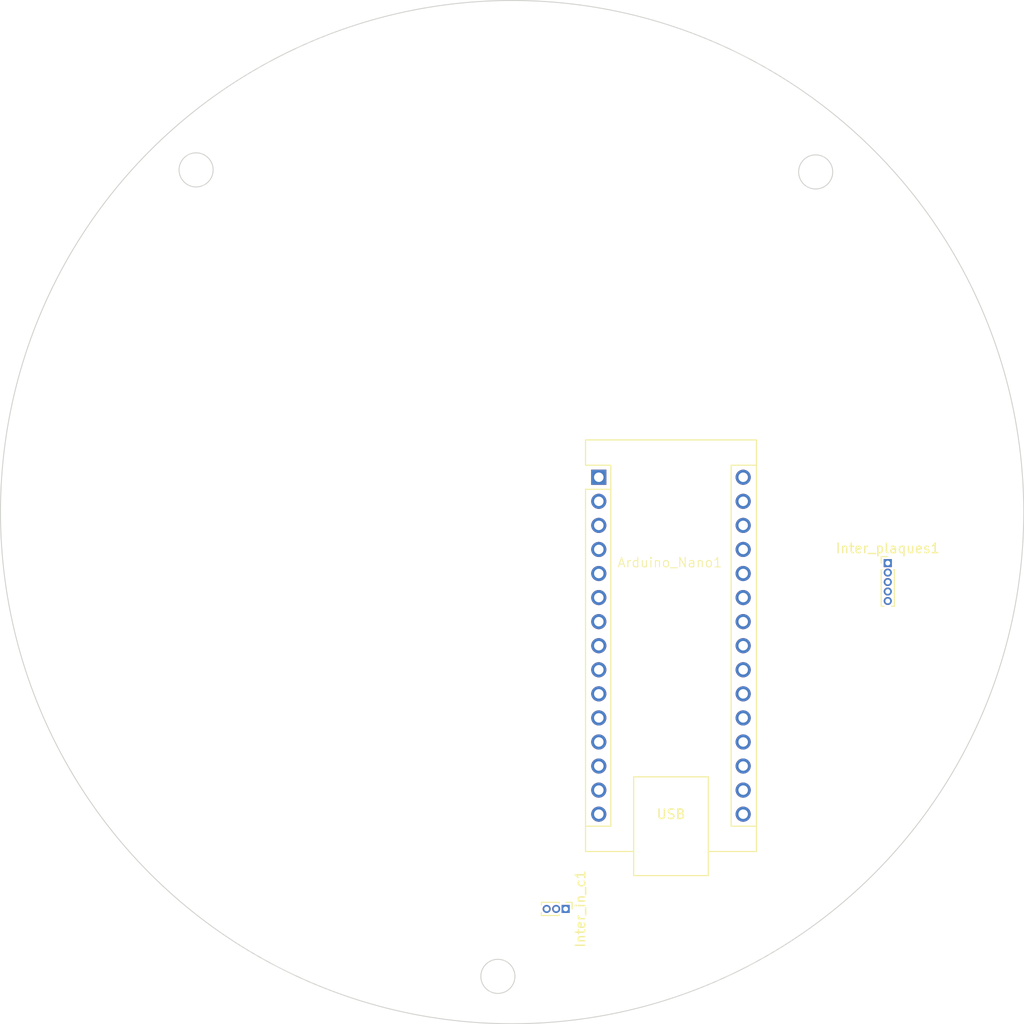
<source format=kicad_pcb>
(kicad_pcb (version 20240108) (generator "pcbnew") (generator_version "8.0")
  (layers (0 "F.Cu" signal) (31 "B.Cu" signal) (34 "B.Paste" user) (35 "F.Paste" user) (36 "B.SilkS" user "B.Silkscreen") (37 "F.SilkS" user "F.Silkscreen") (38 "B.Mask" user) (39 "F.Mask" user) (44 "Edge.Cuts" user))
  (net 0 "")
  (net 1 "Net-(Arduino_Nano1-D2)")
  (net 3 "Net-(Arduino_Nano1-Vin)")
  (net 5 "Net-(Inter_plaques1-GND)")
  (net 9 "Net-(Arduino_Nano1-D4)")
  (net 11 "Net-(Arduino_Nano1-A5)")
  (net 12 "Net-(Arduino_Nano1-5V)")
  (net 13 "Net-(Arduino_Nano1-D12)")
  (net 15 "Net-(Arduino_Nano1-D5)")
  (net 16 "Net-(Arduino_Nano1-D13)")
  (net 17 "Net-(Arduino_Nano1-D11)")
  (net 19 "Net-(Arduino_Nano1-D3)")
  (net 22 "Net-(Arduino_Nano1-A4)")
  (net 23 "Net-(Arduino_Nano1-D6)")
  (footprint "INSARIANNE_Lib:Arduino_Nano" (layer "F.Cu") (at 148.5 86.94 -90)
    (property "Reference" "Arduino_Nano1" (at 9 -7.5 0) (layer "F.SilkS") (effects (font (thickness 0.1))))
    (property "Value" "~")
    (fp_line (start -3.94 1.4) (end -1.27 1.4) (stroke (width 0.12)) (layer "F.SilkS"))
    (fp_line (start 1.27 1.4) (end 39.5 1.4) (stroke (width 0.12)) (layer "F.SilkS"))
    (fp_line (start 39.5 1.4) (end 39.5 -3.68) (stroke (width 0.12)) (layer "F.SilkS"))
    (fp_line (start -1.27 -1.27) (end -1.27 1.4) (stroke (width 0.12)) (layer "F.SilkS"))
    (fp_line (start 1.27 -1.27) (end 1.27 1.4) (stroke (width 0.12)) (layer "F.SilkS"))
    (fp_line (start 1.27 -1.27) (end -1.27 -1.27) (stroke (width 0.12)) (layer "F.SilkS"))
    (fp_line (start 1.27 -1.27) (end 36.83 -1.27) (stroke (width 0.12)) (layer "F.SilkS"))
    (fp_line (start 36.83 -1.27) (end 36.83 1.4) (stroke (width 0.12)) (layer "F.SilkS"))
    (fp_line (start 31.62 -3.68) (end 31.62 -11.56) (stroke (width 0.12)) (layer "F.SilkS"))
    (fp_line (start 42.04 -3.68) (end 31.62 -3.68) (stroke (width 0.12)) (layer "F.SilkS"))
    (fp_line (start 31.62 -11.56) (end 42.04 -11.56) (stroke (width 0.12)) (layer "F.SilkS"))
    (fp_line (start 42.04 -11.56) (end 42.04 -3.68) (stroke (width 0.12)) (layer "F.SilkS"))
    (fp_line (start -1.27 -13.97) (end 36.83 -13.97) (stroke (width 0.12)) (layer "F.SilkS"))
    (fp_line (start -1.27 -13.97) (end -1.27 -16.64) (stroke (width 0.12)) (layer "F.SilkS"))
    (fp_line (start 36.83 -13.97) (end 36.83 -16.64) (stroke (width 0.12)) (layer "F.SilkS"))
    (fp_line (start -3.94 -16.64) (end -3.94 1.4) (stroke (width 0.12)) (layer "F.SilkS"))
    (fp_line (start 39.5 -16.64) (end 39.5 -11.56) (stroke (width 0.12)) (layer "F.SilkS"))
    (fp_line (start 39.5 -16.64) (end -3.94 -16.64) (stroke (width 0.12)) (layer "F.SilkS"))
    (fp_text user "USB" (at 35.56 -7.62 0) (layer "F.SilkS"))
    (pad "1" thru_hole rect (at 0 0) (size 1.6 1.6) (drill 1) (layers "*.Cu" "*.Mask"))
    (pad "2" thru_hole oval (at 2.54 0) (size 1.6 1.6) (drill 1) (layers "*.Cu" "*.Mask"))
    (pad "3" thru_hole oval (at 5.08 0) (size 1.6 1.6) (drill 1) (layers "*.Cu" "*.Mask"))
    (pad "4" thru_hole oval (at 7.62 0) (size 1.6 1.6) (drill 1) (layers "*.Cu" "*.Mask"))
    (pad "5" thru_hole oval (at 10.16 0) (size 1.6 1.6) (drill 1) (layers "*.Cu" "*.Mask") (net 1 "Net-(Arduino_Nano1-D2)"))
    (pad "6" thru_hole oval (at 12.7 0) (size 1.6 1.6) (drill 1) (layers "*.Cu" "*.Mask") (net 19 "Net-(Arduino_Nano1-D3)"))
    (pad "7" thru_hole oval (at 15.24 0) (size 1.6 1.6) (drill 1) (layers "*.Cu" "*.Mask") (net 9 "Net-(Arduino_Nano1-D4)"))
    (pad "8" thru_hole oval (at 17.78 0) (size 1.6 1.6) (drill 1) (layers "*.Cu" "*.Mask") (net 15 "Net-(Arduino_Nano1-D5)"))
    (pad "9" thru_hole oval (at 20.32 0) (size 1.6 1.6) (drill 1) (layers "*.Cu" "*.Mask") (net 23 "Net-(Arduino_Nano1-D6)"))
    (pad "10" thru_hole oval (at 22.86 0) (size 1.6 1.6) (drill 1) (layers "*.Cu" "*.Mask"))
    (pad "11" thru_hole oval (at 25.4 0) (size 1.6 1.6) (drill 1) (layers "*.Cu" "*.Mask"))
    (pad "12" thru_hole oval (at 27.94 0) (size 1.6 1.6) (drill 1) (layers "*.Cu" "*.Mask"))
    (pad "13" thru_hole oval (at 30.48 0) (size 1.6 1.6) (drill 1) (layers "*.Cu" "*.Mask"))
    (pad "14" thru_hole oval (at 33.02 0) (size 1.6 1.6) (drill 1) (layers "*.Cu" "*.Mask") (net 17 "Net-(Arduino_Nano1-D11)"))
    (pad "15" thru_hole oval (at 35.56 0) (size 1.6 1.6) (drill 1) (layers "*.Cu" "*.Mask") (net 13 "Net-(Arduino_Nano1-D12)"))
    (pad "16" thru_hole oval (at 35.56 -15.24) (size 1.6 1.6) (drill 1) (layers "*.Cu" "*.Mask") (net 16 "Net-(Arduino_Nano1-D13)"))
    (pad "17" thru_hole oval (at 33.02 -15.24) (size 1.6 1.6) (drill 1) (layers "*.Cu" "*.Mask"))
    (pad "18" thru_hole oval (at 30.48 -15.24) (size 1.6 1.6) (drill 1) (layers "*.Cu" "*.Mask"))
    (pad "19" thru_hole oval (at 27.94 -15.24) (size 1.6 1.6) (drill 1) (layers "*.Cu" "*.Mask"))
    (pad "20" thru_hole oval (at 25.4 -15.24) (size 1.6 1.6) (drill 1) (layers "*.Cu" "*.Mask"))
    (pad "21" thru_hole oval (at 22.86 -15.24) (size 1.6 1.6) (drill 1) (layers "*.Cu" "*.Mask"))
    (pad "22" thru_hole oval (at 20.32 -15.24) (size 1.6 1.6) (drill 1) (layers "*.Cu" "*.Mask"))
    (pad "23" thru_hole oval (at 17.78 -15.24) (size 1.6 1.6) (drill 1) (layers "*.Cu" "*.Mask") (net 22 "Net-(Arduino_Nano1-A4)"))
    (pad "24" thru_hole oval (at 15.24 -15.24) (size 1.6 1.6) (drill 1) (layers "*.Cu" "*.Mask") (net 11 "Net-(Arduino_Nano1-A5)"))
    (pad "25" thru_hole oval (at 12.7 -15.24) (size 1.6 1.6) (drill 1) (layers "*.Cu" "*.Mask"))
    (pad "26" thru_hole oval (at 10.16 -15.24) (size 1.6 1.6) (drill 1) (layers "*.Cu" "*.Mask"))
    (pad "27" thru_hole oval (at 7.62 -15.24) (size 1.6 1.6) (drill 1) (layers "*.Cu" "*.Mask") (net 12 "Net-(Arduino_Nano1-5V)"))
    (pad "28" thru_hole oval (at 5.08 -15.24) (size 1.6 1.6) (drill 1) (layers "*.Cu" "*.Mask"))
    (pad "29" thru_hole oval (at 2.54 -15.24) (size 1.6 1.6) (drill 1) (layers "*.Cu" "*.Mask") (net 5 "Net-(Inter_plaques1-GND)"))
    (pad "30" thru_hole oval (at 0 -15.24) (size 1.6 1.6) (drill 1) (layers "*.Cu" "*.Mask") (net 3 "Net-(Arduino_Nano1-Vin)"))
  )
  (footprint "Connector_PinHeader_1.00mm:PinHeader_1x05_P1.00mm_Vertical" (layer "F.Cu") (at 179 96)
    (property "Reference" "Inter_plaques1" (at 0 -1.56 360) (layer "F.SilkS"))
    (property "Value" "~")
    (fp_line (start -0.695 -0.685) (end 0 -0.685) (stroke (width 0.12)) (layer "F.SilkS"))
    (fp_line (start -0.695 0) (end -0.695 -0.685) (stroke (width 0.12)) (layer "F.SilkS"))
    (fp_line (start -0.695 0.685) (end -0.695 4.56) (stroke (width 0.12)) (layer "F.SilkS"))
    (fp_line (start -0.695 0.685) (end -0.608276 0.685) (stroke (width 0.12)) (layer "F.SilkS"))
    (fp_line (start -0.695 4.56) (end -0.394493 4.56) (stroke (width 0.12)) (layer "F.SilkS"))
    (fp_line (start 0.394493 4.56) (end 0.695 4.56) (stroke (width 0.12)) (layer "F.SilkS"))
    (fp_line (start 0.608276 0.685) (end 0.695 0.685) (stroke (width 0.12)) (layer "F.SilkS"))
    (fp_line (start 0.695 0.685) (end 0.695 4.56) (stroke (width 0.12)) (layer "F.SilkS"))
    (pad "1" thru_hole rect (at 0 0) (size 0.85 0.85) (drill 0.5) (layers "*.Cu" "*.Mask") (net 12 "Net-(Arduino_Nano1-5V)"))
    (pad "2" thru_hole oval (at 0 1) (size 0.85 0.85) (drill 0.5) (layers "*.Cu" "*.Mask") (net 5 "Net-(Inter_plaques1-GND)"))
    (pad "3" thru_hole oval (at 0 2) (size 0.85 0.85) (drill 0.5) (layers "*.Cu" "*.Mask") (net 3 "Net-(Arduino_Nano1-Vin)"))
    (pad "4" thru_hole oval (at 0 3) (size 0.85 0.85) (drill 0.5) (layers "*.Cu" "*.Mask") (net 11 "Net-(Arduino_Nano1-A5)"))
    (pad "5" thru_hole oval (at 0 4) (size 0.85 0.85) (drill 0.5) (layers "*.Cu" "*.Mask") (net 22 "Net-(Arduino_Nano1-A4)"))
  )
  (footprint "Connector_PinHeader_1.00mm:PinHeader_1x03_P1.00mm_Vertical" (layer "F.Cu") (at 145 132.5 -90)
    (property "Reference" "Inter_in_c1" (at 0 -1.56 90) (layer "F.SilkS"))
    (property "Value" "~")
    (fp_line (start -0.695 2.56) (end -0.394493 2.56) (stroke (width 0.12)) (layer "F.SilkS"))
    (fp_line (start 0.394493 2.56) (end 0.695 2.56) (stroke (width 0.12)) (layer "F.SilkS"))
    (fp_line (start -0.695 0.685) (end -0.695 2.56) (stroke (width 0.12)) (layer "F.SilkS"))
    (fp_line (start -0.695 0.685) (end -0.608276 0.685) (stroke (width 0.12)) (layer "F.SilkS"))
    (fp_line (start 0.608276 0.685) (end 0.695 0.685) (stroke (width 0.12)) (layer "F.SilkS"))
    (fp_line (start 0.695 0.685) (end 0.695 2.56) (stroke (width 0.12)) (layer "F.SilkS"))
    (fp_line (start -0.695 0) (end -0.695 -0.685) (stroke (width 0.12)) (layer "F.SilkS"))
    (fp_line (start -0.695 -0.685) (end 0 -0.685) (stroke (width 0.12)) (layer "F.SilkS"))
    (pad "1" thru_hole rect (at 0 0 270) (size 0.85 0.85) (drill 0.5) (layers "*.Cu" "*.Mask") (net 9 "Net-(Arduino_Nano1-D4)"))
    (pad "2" thru_hole oval (at 0 1 270) (size 0.85 0.85) (drill 0.5) (layers "*.Cu" "*.Mask") (net 19 "Net-(Arduino_Nano1-D3)"))
    (pad "3" thru_hole oval (at 0 2 270) (size 0.85 0.85) (drill 0.5) (layers "*.Cu" "*.Mask") (net 1 "Net-(Arduino_Nano1-D2)"))
  )
  (gr_circle (center 139.351866 90.618724) (end 193.351866 90.618724) (stroke (width 0.1)) (fill none) (layer "Edge.Cuts"))
  (gr_circle (center 106 54.5) (end 107.8 54.5) (stroke (width 0.1)) (fill none) (layer "Edge.Cuts"))
  (gr_circle (center 137.851866 139.618724) (end 139.651866 139.618724) (stroke (width 0.1)) (fill none) (layer "Edge.Cuts"))
  (gr_circle (center 171.391008 54.714749) (end 173.191008 54.714749) (stroke (width 0.1)) (fill none) (layer "Edge.Cuts"))
)
</source>
